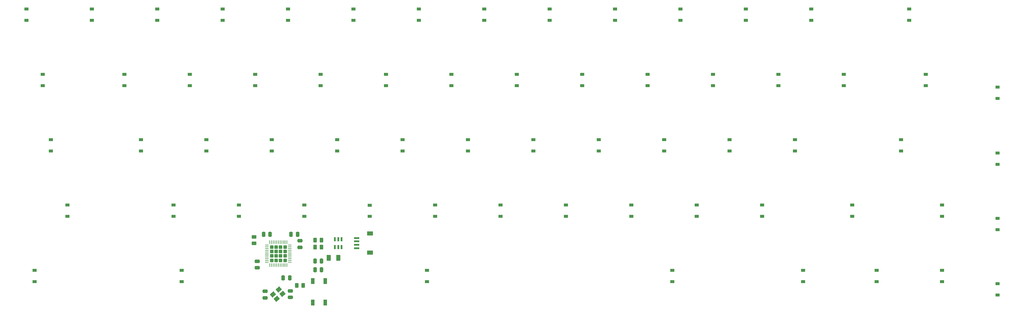
<source format=gbr>
G04 #@! TF.GenerationSoftware,KiCad,Pcbnew,(6.0.1)*
G04 #@! TF.CreationDate,2022-06-10T16:34:35-07:00*
G04 #@! TF.ProjectId,artemis-65,61727465-6d69-4732-9d36-352e6b696361,rev?*
G04 #@! TF.SameCoordinates,Original*
G04 #@! TF.FileFunction,Paste,Bot*
G04 #@! TF.FilePolarity,Positive*
%FSLAX46Y46*%
G04 Gerber Fmt 4.6, Leading zero omitted, Abs format (unit mm)*
G04 Created by KiCad (PCBNEW (6.0.1)) date 2022-06-10 16:34:35*
%MOMM*%
%LPD*%
G01*
G04 APERTURE LIST*
G04 Aperture macros list*
%AMRoundRect*
0 Rectangle with rounded corners*
0 $1 Rounding radius*
0 $2 $3 $4 $5 $6 $7 $8 $9 X,Y pos of 4 corners*
0 Add a 4 corners polygon primitive as box body*
4,1,4,$2,$3,$4,$5,$6,$7,$8,$9,$2,$3,0*
0 Add four circle primitives for the rounded corners*
1,1,$1+$1,$2,$3*
1,1,$1+$1,$4,$5*
1,1,$1+$1,$6,$7*
1,1,$1+$1,$8,$9*
0 Add four rect primitives between the rounded corners*
20,1,$1+$1,$2,$3,$4,$5,0*
20,1,$1+$1,$4,$5,$6,$7,0*
20,1,$1+$1,$6,$7,$8,$9,0*
20,1,$1+$1,$8,$9,$2,$3,0*%
%AMRotRect*
0 Rectangle, with rotation*
0 The origin of the aperture is its center*
0 $1 length*
0 $2 width*
0 $3 Rotation angle, in degrees counterclockwise*
0 Add horizontal line*
21,1,$1,$2,0,0,$3*%
G04 Aperture macros list end*
%ADD10RoundRect,0.250000X0.250000X0.475000X-0.250000X0.475000X-0.250000X-0.475000X0.250000X-0.475000X0*%
%ADD11RoundRect,0.250000X-0.250000X-0.475000X0.250000X-0.475000X0.250000X0.475000X-0.250000X0.475000X0*%
%ADD12RoundRect,0.250000X0.275000X0.275000X-0.275000X0.275000X-0.275000X-0.275000X0.275000X-0.275000X0*%
%ADD13RoundRect,0.062500X0.475000X0.062500X-0.475000X0.062500X-0.475000X-0.062500X0.475000X-0.062500X0*%
%ADD14RoundRect,0.062500X0.062500X0.475000X-0.062500X0.475000X-0.062500X-0.475000X0.062500X-0.475000X0*%
%ADD15R,1.200000X0.900000*%
%ADD16RoundRect,0.250000X0.475000X-0.250000X0.475000X0.250000X-0.475000X0.250000X-0.475000X-0.250000X0*%
%ADD17RoundRect,0.250000X-0.262500X-0.450000X0.262500X-0.450000X0.262500X0.450000X-0.262500X0.450000X0*%
%ADD18R,1.100000X1.800000*%
%ADD19RoundRect,0.083750X0.186250X-0.512500X0.186250X0.512500X-0.186250X0.512500X-0.186250X-0.512500X0*%
%ADD20RotRect,1.400000X1.200000X40.000000*%
%ADD21RoundRect,0.250000X0.450000X-0.262500X0.450000X0.262500X-0.450000X0.262500X-0.450000X-0.262500X0*%
%ADD22RoundRect,0.250000X0.262500X0.450000X-0.262500X0.450000X-0.262500X-0.450000X0.262500X-0.450000X0*%
%ADD23RoundRect,0.250000X0.375000X0.625000X-0.375000X0.625000X-0.375000X-0.625000X0.375000X-0.625000X0*%
%ADD24RoundRect,0.250000X-0.475000X0.250000X-0.475000X-0.250000X0.475000X-0.250000X0.475000X0.250000X0*%
%ADD25R,1.800000X1.200000*%
%ADD26R,1.550000X0.600000*%
G04 APERTURE END LIST*
D10*
X97216000Y-90297000D03*
X95316000Y-90297000D03*
D11*
X89215000Y-90297000D03*
X87315000Y-90297000D03*
D12*
X93599000Y-97850000D03*
X90999000Y-93950000D03*
X89699000Y-93950000D03*
X89699000Y-95250000D03*
X92299000Y-95250000D03*
X90999000Y-95250000D03*
X90999000Y-97850000D03*
X92299000Y-96550000D03*
X89699000Y-97850000D03*
X89699000Y-96550000D03*
X93599000Y-93950000D03*
X90999000Y-96550000D03*
X92299000Y-93950000D03*
X92299000Y-97850000D03*
X93599000Y-96550000D03*
X93599000Y-95250000D03*
D13*
X94986500Y-93400000D03*
X94986500Y-93900000D03*
X94986500Y-94400000D03*
X94986500Y-94900000D03*
X94986500Y-95400000D03*
X94986500Y-95900000D03*
X94986500Y-96400000D03*
X94986500Y-96900000D03*
X94986500Y-97400000D03*
X94986500Y-97900000D03*
X94986500Y-98400000D03*
D14*
X94149000Y-99237500D03*
X93649000Y-99237500D03*
X93149000Y-99237500D03*
X92649000Y-99237500D03*
X92149000Y-99237500D03*
X91649000Y-99237500D03*
X91149000Y-99237500D03*
X90649000Y-99237500D03*
X90149000Y-99237500D03*
X89649000Y-99237500D03*
X89149000Y-99237500D03*
D13*
X88311500Y-98400000D03*
X88311500Y-97900000D03*
X88311500Y-97400000D03*
X88311500Y-96900000D03*
X88311500Y-96400000D03*
X88311500Y-95900000D03*
X88311500Y-95400000D03*
X88311500Y-94900000D03*
X88311500Y-94400000D03*
X88311500Y-93900000D03*
X88311500Y-93400000D03*
D14*
X89149000Y-92562500D03*
X89649000Y-92562500D03*
X90149000Y-92562500D03*
X90649000Y-92562500D03*
X91149000Y-92562500D03*
X91649000Y-92562500D03*
X92149000Y-92562500D03*
X92649000Y-92562500D03*
X93149000Y-92562500D03*
X93649000Y-92562500D03*
X94149000Y-92562500D03*
D15*
X280193750Y-46893750D03*
X280193750Y-43593750D03*
X103981250Y-46893750D03*
X103981250Y-43593750D03*
X89693750Y-65943750D03*
X89693750Y-62643750D03*
X20637500Y-104043750D03*
X20637500Y-100743750D03*
X284956250Y-104043750D03*
X284956250Y-100743750D03*
X134937500Y-104043750D03*
X134937500Y-100743750D03*
D16*
X97917000Y-92141000D03*
X97917000Y-94041000D03*
D15*
X56356250Y-27843750D03*
X56356250Y-24543750D03*
X156368750Y-84993750D03*
X156368750Y-81693750D03*
X84931250Y-46893750D03*
X84931250Y-43593750D03*
D17*
X97004500Y-105156000D03*
X98829500Y-105156000D03*
D15*
X25400000Y-65943750D03*
X25400000Y-62643750D03*
X208756250Y-27843750D03*
X208756250Y-24543750D03*
D18*
X105329600Y-110135600D03*
X101629600Y-103935600D03*
X101629600Y-110135600D03*
X105329600Y-103935600D03*
D15*
X175418750Y-84993750D03*
X175418750Y-81693750D03*
D16*
X95123000Y-106746000D03*
X95123000Y-108646000D03*
D19*
X110017600Y-93974500D03*
X109067600Y-93974500D03*
X108117600Y-93974500D03*
X108117600Y-91699500D03*
X109067600Y-91699500D03*
X110017600Y-91699500D03*
D15*
X265906250Y-104043750D03*
X265906250Y-100743750D03*
X237331250Y-46893750D03*
X237331250Y-43593750D03*
X113506250Y-27843750D03*
X113506250Y-24543750D03*
X232568750Y-84993750D03*
X232568750Y-81693750D03*
X258762500Y-84993750D03*
X258762500Y-81693750D03*
X142081250Y-46893750D03*
X142081250Y-43593750D03*
X61118750Y-84993750D03*
X61118750Y-81693750D03*
X256381250Y-46893750D03*
X256381250Y-43593750D03*
X165893750Y-65943750D03*
X165893750Y-62643750D03*
X151606250Y-27843750D03*
X151606250Y-24543750D03*
X189706250Y-27843750D03*
X189706250Y-24543750D03*
X123031250Y-46893750D03*
X123031250Y-43593750D03*
X108743750Y-65943750D03*
X108743750Y-62643750D03*
X275431250Y-27843750D03*
X275431250Y-24543750D03*
D20*
X90050982Y-107751929D03*
X91736279Y-106337796D03*
X92829018Y-107640071D03*
X91143721Y-109054204D03*
D15*
X213518750Y-84993750D03*
X213518750Y-81693750D03*
X180181250Y-46893750D03*
X180181250Y-43593750D03*
X273050000Y-65943750D03*
X273050000Y-62643750D03*
X37306250Y-27843750D03*
X37306250Y-24543750D03*
X206375000Y-104043750D03*
X206375000Y-100743750D03*
X203993750Y-65943750D03*
X203993750Y-62643750D03*
X18256250Y-27843750D03*
X18256250Y-24543750D03*
X170656250Y-27843750D03*
X170656250Y-24543750D03*
X246856250Y-27843750D03*
X246856250Y-24543750D03*
X301117000Y-50672000D03*
X301117000Y-47372000D03*
X227806250Y-27843750D03*
X227806250Y-24543750D03*
X146843750Y-65943750D03*
X146843750Y-62643750D03*
D21*
X84582000Y-92860500D03*
X84582000Y-91035500D03*
D15*
X301117000Y-69849000D03*
X301117000Y-66549000D03*
X244475000Y-104043750D03*
X244475000Y-100743750D03*
D16*
X87757000Y-108773000D03*
X87757000Y-106873000D03*
D15*
X161131250Y-46893750D03*
X161131250Y-43593750D03*
X99218750Y-84993750D03*
X99218750Y-81693750D03*
X301117000Y-88899000D03*
X301117000Y-85599000D03*
X70643750Y-65943750D03*
X70643750Y-62643750D03*
X284956250Y-84993750D03*
X284956250Y-81693750D03*
X301117000Y-107949000D03*
X301117000Y-104649000D03*
X132556250Y-27843750D03*
X132556250Y-24543750D03*
X137318750Y-84993750D03*
X137318750Y-81693750D03*
X65881250Y-46893750D03*
X65881250Y-43593750D03*
X23018750Y-46893750D03*
X23018750Y-43593750D03*
X223043750Y-65943750D03*
X223043750Y-62643750D03*
X30162500Y-84993750D03*
X30162500Y-81693750D03*
D10*
X104201000Y-98044000D03*
X102301000Y-98044000D03*
D15*
X218281250Y-46893750D03*
X218281250Y-43593750D03*
D22*
X104163500Y-93980000D03*
X102338500Y-93980000D03*
D15*
X46831250Y-46893750D03*
X46831250Y-43593750D03*
X184943750Y-65943750D03*
X184943750Y-62643750D03*
X242093750Y-65943750D03*
X242093750Y-62643750D03*
X80168750Y-84993750D03*
X80168750Y-81693750D03*
D23*
X109096000Y-97155000D03*
X106296000Y-97155000D03*
D15*
X75406250Y-27843750D03*
X75406250Y-24543750D03*
D11*
X102301000Y-100584000D03*
X104201000Y-100584000D03*
D15*
X118268750Y-85056250D03*
X118268750Y-81756250D03*
X127793750Y-65943750D03*
X127793750Y-62643750D03*
D24*
X85471000Y-98110000D03*
X85471000Y-100010000D03*
D15*
X94456250Y-27843750D03*
X94456250Y-24543750D03*
X63500000Y-104043750D03*
X63500000Y-100743750D03*
X194468750Y-84993750D03*
X194468750Y-81693750D03*
X51593750Y-65943750D03*
X51593750Y-62643750D03*
D10*
X93030000Y-102997000D03*
X94930000Y-102997000D03*
D25*
X118336000Y-90037000D03*
X118336000Y-95637000D03*
D26*
X114461000Y-91337000D03*
X114461000Y-92337000D03*
X114461000Y-93337000D03*
X114461000Y-94337000D03*
D15*
X199231250Y-46893750D03*
X199231250Y-43593750D03*
D22*
X104163500Y-91948000D03*
X102338500Y-91948000D03*
M02*

</source>
